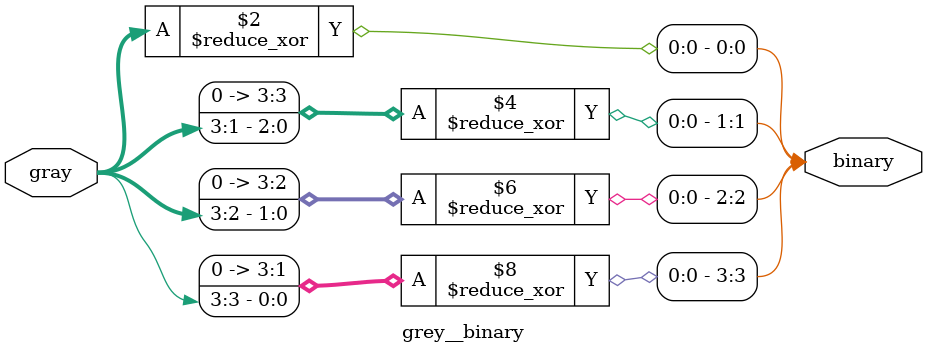
<source format=v>
module grey__binary(input [3:0]gray,output [3:0] binary);
genvar i;
  generate
    for(i=0;i<4;i=i+1) 
    begin
      assign binary[i] = ^(gray >> i);
    end
  endgenerate
endmodule

</source>
